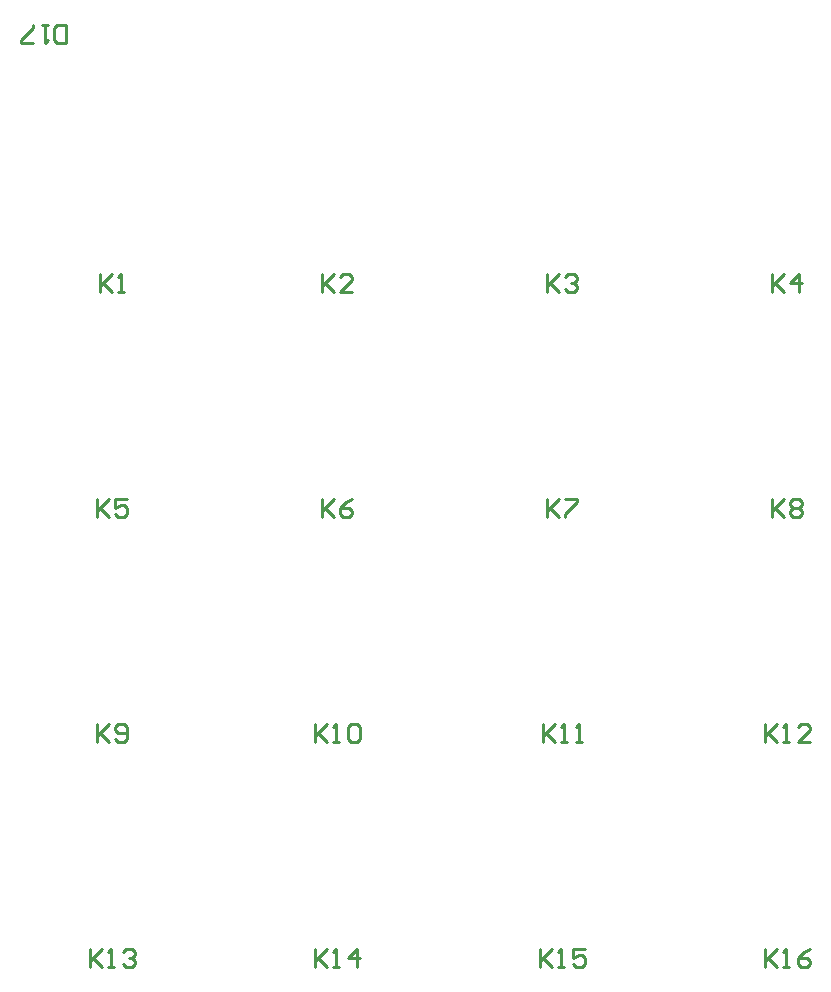
<source format=gbr>
G04*
G04 #@! TF.GenerationSoftware,Altium Limited,Altium Designer,22.4.2 (48)*
G04*
G04 Layer_Color=32896*
%FSLAX43Y43*%
%MOMM*%
G71*
G04*
G04 #@! TF.SameCoordinates,BF6EAB14-F510-4D30-AECA-DAF16463F929*
G04*
G04*
G04 #@! TF.FilePolarity,Positive*
G04*
G01*
G75*
%ADD12C,0.254*%
D12*
X64684Y71962D02*
Y70438D01*
Y70946D01*
X65700Y71962D01*
X64938Y71200D01*
X65700Y70438D01*
X66208D02*
X66716D01*
X66462D01*
Y71962D01*
X66208Y71708D01*
X83480Y71962D02*
Y70438D01*
Y70946D01*
X84496Y71962D01*
X83734Y71200D01*
X84496Y70438D01*
X86020D02*
X85004D01*
X86020Y71454D01*
Y71708D01*
X85766Y71962D01*
X85258D01*
X85004Y71708D01*
X102530Y71962D02*
Y70438D01*
Y70946D01*
X103546Y71962D01*
X102784Y71200D01*
X103546Y70438D01*
X104054Y71708D02*
X104308Y71962D01*
X104816D01*
X105070Y71708D01*
Y71454D01*
X104816Y71200D01*
X104562D01*
X104816D01*
X105070Y70946D01*
Y70692D01*
X104816Y70438D01*
X104308D01*
X104054Y70692D01*
X121580Y71962D02*
Y70438D01*
Y70946D01*
X122596Y71962D01*
X121834Y71200D01*
X122596Y70438D01*
X123866D02*
Y71962D01*
X123104Y71200D01*
X124120D01*
X64430Y52912D02*
Y51388D01*
Y51896D01*
X65446Y52912D01*
X64684Y52150D01*
X65446Y51388D01*
X66970Y52912D02*
X65954D01*
Y52150D01*
X66462Y52404D01*
X66716D01*
X66970Y52150D01*
Y51642D01*
X66716Y51388D01*
X66208D01*
X65954Y51642D01*
X83480Y52912D02*
Y51388D01*
Y51896D01*
X84496Y52912D01*
X83734Y52150D01*
X84496Y51388D01*
X86020Y52912D02*
X85512Y52658D01*
X85004Y52150D01*
Y51642D01*
X85258Y51388D01*
X85766D01*
X86020Y51642D01*
Y51896D01*
X85766Y52150D01*
X85004D01*
X102530Y52912D02*
Y51388D01*
Y51896D01*
X103546Y52912D01*
X102784Y52150D01*
X103546Y51388D01*
X104054Y52912D02*
X105070D01*
Y52658D01*
X104054Y51642D01*
Y51388D01*
X121580Y52912D02*
Y51388D01*
Y51896D01*
X122596Y52912D01*
X121834Y52150D01*
X122596Y51388D01*
X123104Y52658D02*
X123358Y52912D01*
X123866D01*
X124120Y52658D01*
Y52404D01*
X123866Y52150D01*
X124120Y51896D01*
Y51642D01*
X123866Y51388D01*
X123358D01*
X123104Y51642D01*
Y51896D01*
X123358Y52150D01*
X123104Y52404D01*
Y52658D01*
X123358Y52150D02*
X123866D01*
X64430Y33862D02*
Y32338D01*
Y32846D01*
X65446Y33862D01*
X64684Y33100D01*
X65446Y32338D01*
X65954Y32592D02*
X66208Y32338D01*
X66716D01*
X66970Y32592D01*
Y33608D01*
X66716Y33862D01*
X66208D01*
X65954Y33608D01*
Y33354D01*
X66208Y33100D01*
X66970D01*
X82846Y33862D02*
Y32338D01*
Y32846D01*
X83861Y33862D01*
X83100Y33100D01*
X83861Y32338D01*
X84369D02*
X84877D01*
X84623D01*
Y33862D01*
X84369Y33608D01*
X85639D02*
X85893Y33862D01*
X86400D01*
X86654Y33608D01*
Y32592D01*
X86400Y32338D01*
X85893D01*
X85639Y32592D01*
Y33608D01*
X102150Y33862D02*
Y32338D01*
Y32846D01*
X103165Y33862D01*
X102403Y33100D01*
X103165Y32338D01*
X103673D02*
X104181D01*
X103927D01*
Y33862D01*
X103673Y33608D01*
X104943Y32338D02*
X105450D01*
X105197D01*
Y33862D01*
X104943Y33608D01*
X120946Y33862D02*
Y32338D01*
Y32846D01*
X121961Y33862D01*
X121200Y33100D01*
X121961Y32338D01*
X122469D02*
X122977D01*
X122723D01*
Y33862D01*
X122469Y33608D01*
X124754Y32338D02*
X123739D01*
X124754Y33354D01*
Y33608D01*
X124500Y33862D01*
X123993D01*
X123739Y33608D01*
X63796Y14812D02*
Y13288D01*
Y13796D01*
X64811Y14812D01*
X64050Y14050D01*
X64811Y13288D01*
X65319D02*
X65827D01*
X65573D01*
Y14812D01*
X65319Y14558D01*
X66589D02*
X66843Y14812D01*
X67350D01*
X67604Y14558D01*
Y14304D01*
X67350Y14050D01*
X67097D01*
X67350D01*
X67604Y13796D01*
Y13542D01*
X67350Y13288D01*
X66843D01*
X66589Y13542D01*
X82846Y14812D02*
Y13288D01*
Y13796D01*
X83861Y14812D01*
X83100Y14050D01*
X83861Y13288D01*
X84369D02*
X84877D01*
X84623D01*
Y14812D01*
X84369Y14558D01*
X86400Y13288D02*
Y14812D01*
X85639Y14050D01*
X86654D01*
X101896Y14812D02*
Y13288D01*
Y13796D01*
X102911Y14812D01*
X102150Y14050D01*
X102911Y13288D01*
X103419D02*
X103927D01*
X103673D01*
Y14812D01*
X103419Y14558D01*
X105704Y14812D02*
X104689D01*
Y14050D01*
X105197Y14304D01*
X105450D01*
X105704Y14050D01*
Y13542D01*
X105450Y13288D01*
X104943D01*
X104689Y13542D01*
X120946Y14812D02*
Y13288D01*
Y13796D01*
X121961Y14812D01*
X121200Y14050D01*
X121961Y13288D01*
X122469D02*
X122977D01*
X122723D01*
Y14812D01*
X122469Y14558D01*
X124754Y14812D02*
X124247Y14558D01*
X123739Y14050D01*
Y13542D01*
X123993Y13288D01*
X124500D01*
X124754Y13542D01*
Y13796D01*
X124500Y14050D01*
X123739D01*
X61804Y91538D02*
Y93062D01*
X61043D01*
X60789Y92808D01*
Y91792D01*
X61043Y91538D01*
X61804D01*
X60281Y93062D02*
X59773D01*
X60027D01*
Y91538D01*
X60281Y91792D01*
X59011Y91538D02*
X57996D01*
Y91792D01*
X59011Y92808D01*
Y93062D01*
M02*

</source>
